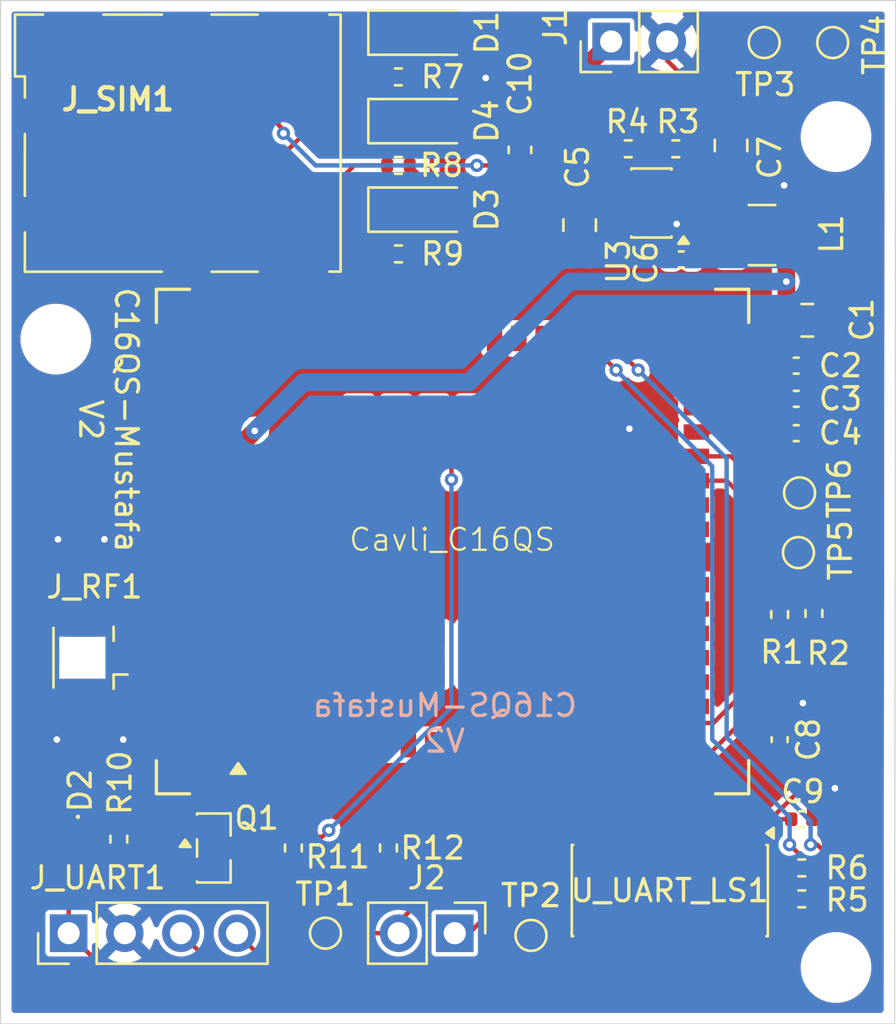
<source format=kicad_pcb>
(kicad_pcb (version 20241229) (generator "pcbnew") (generator_version "9.0")
  (layers (0 "F.Cu" signal) (2 "B.Cu" signal) (13 "F.Paste" user) (15 "B.Paste" user) (5 "F.SilkS" user "F.Silkscreen") (7 "B.SilkS" user "B.Silkscreen") (1 "F.Mask" user) (3 "B.Mask" user) (25 "Edge.Cuts" user))
  (net 0 "")
  (net 1 "/VBAT")
  (net 2 "GND")
  (net 3 "/+5V_IN")
  (net 4 "Net-(U3-BST)")
  (net 5 "Net-(U3-SW)")
  (net 6 "/RST")
  (net 7 "Net-(U1-VDD_EXT)")
  (net 8 "Net-(J_SIM1-VCC)")
  (net 9 "Net-(D1-A1)")
  (net 10 "Net-(D2-K)")
  (net 11 "/3V3")
  (net 12 "Net-(D3-A1)")
  (net 13 "Net-(D4-A1)")
  (net 14 "/PWR")
  (net 15 "Net-(J_RF1-In)")
  (net 29 "/UART_TX_3V3")
  (net 30 "/UART_RX_3V3")
  (net 31 "Net-(Q1-C)")
  (net 32 "Net-(Q1-B)")
  (net 33 "Net-(U3-FB)")
  (net 34 "Net-(U1-UART1_RXD)")
  (net 35 "Net-(U_UART_LS1-A2)")
  (net 36 "Net-(U1-UART1_TXD)")
  (net 37 "Net-(U_UART_LS1-A1)")
  (net 38 "Net-(U1-USIM_RST)")
  (net 39 "Net-(U1-USIM_DATA)")
  (net 40 "Net-(U1-USIM_CLK)")
  (net 41 "Net-(U1-NET_STATUS)")
  (net 42 "Net-(U1-UART0_TXD)")
  (net 43 "Net-(U1-UART0_RXD)")
  (footprint "MountingHole:MountingHole_2.2mm_M2" (layer "F.Cu") (at 112.5 68.85)
    (property "Reference" "REF**" (hide yes))
    (property "Value" "MountingHole_2.2mm_M2" (hide yes))
  )
  (footprint "Resistor_SMD:R_0402_1005Metric" (layer "F.Cu") (at 123.25 91.85 -90)
    (property "Reference" "R11")
    (property "Value" "4.7k" (hide yes))
  )
  (footprint "Capacitor_SMD:C_0603_1608Metric" (layer "F.Cu") (at 133.5 60.3 -90)
    (property "Reference" "C10")
    (property "Value" "1uF" (hide yes))
  )
  (footprint "Resistor_SMD:R_0402_1005Metric" (layer "F.Cu") (at 115.35 91.45 -90)
    (property "Reference" "R10")
    (property "Value" "2.2k" (hide yes))
  )
  (footprint "Capacitor_SMD:C_0402_1005Metric" (layer "F.Cu") (at 140.8 65.25)
    (property "Reference" "C6")
    (property "Value" "0.1uF" (hide yes))
  )
  (footprint "Resistor_SMD:R_0402_1005Metric" (layer "F.Cu") (at 146.8 81.25 -90)
    (property "Reference" "R2")
    (property "Value" "10k" (hide yes))
  )
  (footprint "Capacitor_SMD:C_0402_1005Metric" (layer "F.Cu") (at 146.25 90.55)
    (property "Reference" "C9")
    (property "Value" "0.1uF" (hide yes))
  )
  (footprint "Connector_PinHeader_2.54mm:PinHeader_1x02_P2.54mm_Vertical" (layer "F.Cu") (at 137.625 55.4 90)
    (property "Reference" "J1")
    (property "Value" "Conn_01x02" (hide yes))
  )
  (footprint "Connector_PinHeader_2.54mm:PinHeader_1x02_P2.54mm_Vertical" (layer "F.Cu") (at 130.55 95.7 -90)
    (property "Reference" "J2")
    (property "Value" "Conn_01x02" (hide yes))
  )
  (footprint "Capacitor_SMD:C_0805_2012Metric" (layer "F.Cu") (at 143.05 60.1 90)
    (property "Reference" "C7")
    (property "Value" "22uF" (hide yes))
  )
  (footprint "Resistor_SMD:R_0402_1005Metric" (layer "F.Cu") (at 138.4 60.25 180)
    (property "Reference" "R4")
    (property "Value" "100k" (hide yes))
  )
  (footprint "MountingHole:MountingHole_2.2mm_M2" (layer "F.Cu") (at 147.8 97.25)
    (property "Reference" "REF**" (hide yes))
    (property "Value" "MountingHole_2.2mm_M2" (hide yes))
  )
  (footprint "Capacitor_SMD:C_0402_1005Metric" (layer "F.Cu") (at 146 73.1)
    (property "Reference" "C4")
    (property "Value" "33pF" (hide yes))
  )
  (footprint "Package_TO_SOT_SMD:TSOT-23-6" (layer "F.Cu") (at 139.45 62.7 180)
    (property "Reference" "U3")
    (property "Value" "AP62250WU" (hide yes))
  )
  (footprint "Resistor_SMD:R_0402_1005Metric" (layer "F.Cu") (at 146.25 94.15)
    (property "Reference" "R5")
    (property "Value" "22" (hide yes))
  )
  (footprint "Resistor_SMD:R_0402_1005Metric" (layer "F.Cu") (at 145.25 81.3 -90)
    (property "Reference" "R1")
    (property "Value" "4.7k" (hide yes))
  )
  (footprint "Inductor_SMD:L_1210_3225Metric" (layer "F.Cu") (at 144.45 64.15)
    (property "Reference" "L1")
    (property "Value" "2.2uH" (hide yes))
  )
  (footprint "Package_TO_SOT_SMD:SOT-23" (layer "F.Cu") (at 119.65 91.85)
    (property "Reference" "Q1")
    (property "Value" "NPN" (hide yes))
  )
  (footprint "Resistor_SMD:R_0402_1005Metric" (layer "F.Cu") (at 128 65)
    (property "Reference" "R9")
    (property "Value" "22" (hide yes))
  )
  (footprint "Resistor_SMD:R_0402_1005Metric" (layer "F.Cu") (at 128 57)
    (property "Reference" "R7")
    (property "Value" "22" (hide yes))
  )
  (footprint "Capacitor_SMD:C_0805_2012Metric" (layer "F.Cu") (at 136.2 63.7 90)
    (property "Reference" "C5")
    (property "Value" "22uF" (hide yes))
  )
  (footprint "Capacitor_SMD:C_0402_1005Metric" (layer "F.Cu") (at 146 70.05)
    (property "Reference" "C2")
    (property "Value" "0.1uF" (hide yes))
  )
  (footprint "Connector_Coaxial:U.FL_Hirose_U.FL-R-SMT-1_Vertical" (layer "F.Cu") (at 114.23 83.25 180)
    (property "Reference" "J_RF1")
    (property "Value" "Conn_Coaxial_Small" (hide yes))
  )
  (footprint "Diode_SMD:D_SOD-123" (layer "F.Cu") (at 129 63)
    (property "Reference" "D3")
    (property "Value" "SMF15A" (hide yes))
  )
  (footprint "TestPoint:TestPoint_Pad_D1.0mm" (layer "F.Cu") (at 134 95.8)
    (property "Reference" "TP2")
    (property "Value" "TestPoint" (hide yes))
  )
  (footprint "Package_SO:SOIC-14_3.9x8.7mm_P1.27mm" (layer "F.Cu") (at 140.28 93.775 -90)
    (property "Reference" "U_UART_LS1" (hide yes))
    (property "Value" "TXS0104ED" (hide yes))
  )
  (footprint "MountingHole:MountingHole_2.2mm_M2" (layer "F.Cu") (at 147.8 59.7)
    (property "Reference" "REF**" (hide yes))
    (property "Value" "MountingHole_2.2mm_M2" (hide yes))
  )
  (footprint "Resistor_SMD:R_0402_1005Metric" (layer "F.Cu") (at 146.25 92.75)
    (property "Reference" "R6")
    (property "Value" "22" (hide yes))
  )
  (footprint "Capacitor_SMD:C_0402_1005Metric" (layer "F.Cu") (at 145.25 86.95 -90)
    (property "Reference" "C8")
    (property "Value" "0.1uF" (hide yes))
  )
  (footprint "Resistor_SMD:R_0402_1005Metric" (layer "F.Cu") (at 140.55 60.25 180)
    (property "Reference" "R3")
    (property "Value" "374k" (hide yes))
  )
  (footprint "Capacitor_SMD:C_0402_1005Metric" (layer "F.Cu") (at 146 71.55)
    (property "Reference" "C3")
    (property "Value" "10pF" (hide yes))
  )
  (footprint "TestPoint:TestPoint_Pad_D1.0mm" (layer "F.Cu") (at 147.65 55.45 90)
    (property "Reference" "TP4")
    (property "Value" "TestPoint" (hide yes))
  )
  (footprint "Resistor_SMD:R_0402_1005Metric" (layer "F.Cu") (at 128 61)
    (property "Reference" "R8")
    (property "Value" "22" (hide yes))
  )
  (footprint "LED_SMD:LED_0201_0603Metric" (layer "F.Cu") (at 113.5 91.3 -90)
    (property "Reference" "D2")
    (property "Value" "LED" (hide yes))
  )
  (footprint "Diode_SMD:D_SOD-123" (layer "F.Cu") (at 129 55)
    (property "Reference" "D1")
    (property "Value" "SMF15A" (hide yes))
  )
  (footprint "TestPoint:TestPoint_Pad_D1.0mm" (layer "F.Cu") (at 146.15 75.8 180)
    (property "Reference" "TP6")
    (property "Value" "TestPoint" (hide yes))
  )
  (footprint "Connector_JAE:JAE_SIM_Card_SF72S006" (layer "F.Cu") (at 120.115 60.98 -90)
    (property "Reference" "J_SIM1" (hide yes))
    (property "Value" "JAE_SIM_Card_SF72S006" (hide yes))
  )
  (footprint "Resistor_SMD:R_0402_1005Metric" (layer "F.Cu") (at 127.55 91.85 90)
    (property "Reference" "R12")
    (property "Value" "47k" (hide yes))
  )
  (footprint "Diode_SMD:D_SOD-123" (layer "F.Cu") (at 129 59)
    (property "Reference" "D4")
    (property "Value" "SMF15A" (hide yes))
  )
  (footprint "TestPoint:TestPoint_Pad_D1.0mm" (layer "F.Cu") (at 146.1 78.5 90)
    (property "Reference" "TP5")
    (property "Value" "TestPoint" (hide yes))
  )
  (footprint "TestPoint:TestPoint_Pad_D1.0mm" (layer "F.Cu") (at 144.55 55.45 180)
    (property "Reference" "TP3")
    (property "Value" "TestPoint" (hide yes))
  )
  (footprint "Cavli:C16QS" (layer "F.Cu") (at 130.45 78 90)
    (property "Reference" "U1" (hide yes))
    (property "Value" "~")
  )
  (footprint "Connector_PinHeader_2.54mm:PinHeader_1x04_P2.54mm_Vertical" (layer "F.Cu") (at 113.08 95.7 90)
    (property "Reference" "J_UART1")
    (property "Value" "Conn_01x04" (hide yes))
  )
  (footprint "Capacitor_SMD:C_0805_2012Metric" (layer "F.Cu") (at 146.5 68)
    (property "Reference" "C1")
    (property "Value" "22uF" (hide yes))
  )
  (footprint "TestPoint:TestPoint_Pad_D1.0mm" (layer "F.Cu") (at 124.7 95.7 180)
    (property "Reference" "TP1")
    (property "Value" "TestPoint" (hide yes))
  )
  (gr_line (start 110 53.55) (end 110 99.8) (stroke (width 0.05)) (layer "Edge.Cuts"))
  (gr_line (start 150.45 99.8) (end 110 99.8) (stroke (width 0.05)) (layer "Edge.Cuts"))
  (gr_line (start 150.5 53.55) (end 150.45 99.8) (stroke (width 0.05)) (layer "Edge.Cuts"))
  (gr_line (start 110 53.55) (end 150.5 53.55) (stroke (width 0.05)) (layer "Edge.Cuts"))
  (gr_text "J_SIM1" (at 112.65 58.6 0) (layer "F.SilkS") (effects (font (size 1 1) (thickness 0.2) (bold yes)) (justify left bottom)))
  (gr_text "C16QS-Mustafa\nV2" (at 113.5 72.5 270) (layer "F.SilkS") (effects (font (size 1 1)) (justify bottom)))
  (gr_text "C16QS-Mustafa\nV2" (at 130.1 87.6 0) (layer "B.SilkS") (effects (font (size 1 1)) (justify bottom mirror)))
  (segment (start 119.97 73.6) (end 119.42 74.15) (width 0.8) (layer "F.Cu") (net 1))
  (segment (start 145.55 68) (end 145.55 70.02) (width 0.8) (layer "F.Cu") (net 1))
  (segment (start 145.52 71.55) (end 145.52 73.1) (width 0.8) (layer "F.Cu") (net 1))
  (segment (start 141.75 60.25) (end 142.55 61.05) (width 0.8) (layer "F.Cu") (net 1))
  (segment (start 121.5 73) (end 120.9 73.6) (width 0.8) (layer "F.Cu") (net 1))
  (segment (start 145.52 70.05) (end 145.52 71.55) (width 0.8) (layer "F.Cu") (net 1))
  (segment (start 140.05 68.82) (end 138.95 68.82) (width 0.8) (layer "F.Cu") (net 1))
  (segment (start 145.55 64.45) (end 145.55 66.25) (width 0.8) (layer "F.Cu") (net 1))
  (segment (start 145.85 64.15) (end 145.55 64.45) (width 0.8) (layer "F.Cu") (net 1))
  (segment (start 141.06 60.25) (end 141.75 60.25) (width 0.8) (layer "F.Cu") (net 1))
  (segment (start 120.9 73.6) (end 119.97 73.6) (width 0.8) (layer "F.Cu") (net 1))
  (segment (start 140.05 68.82) (end 144.73 68.82) (width 0.8) (layer "F.Cu") (net 1))
  (segment (start 119.42 73.05) (end 119.97 73.6) (width 0.8) (layer "F.Cu") (net 1))
  (segment (start 143.05 61.05) (end 145.85 63.85) (width 0.8) (layer "F.Cu") (net 1))
  (segment (start 145.55 70.02) (end 145.52 70.05) (width 0.8) (layer "F.Cu") (net 1))
  (segment (start 144.55 62.55) (end 144.55 55.45) (width 0.8) (layer "F.Cu") (net 1))
  (segment (start 144.73 68.82) (end 145.55 68) (width 0.8) (layer "F.Cu") (net 1))
  (segment (start 145.55 66.25) (end 145.55 68) (width 0.8) (layer "F.Cu") (net 1))
  (segment (start 142.55 61.05) (end 143.05 61.05) (width 0.8) (layer "F.Cu") (net 1))
  (via (at 145.55 66.25) (size 0.8) (drill 0.3) (layers "F.Cu" "B.Cu") (net 1))
  (via (at 121.5 73) (size 0.6) (drill 0.3) (layers "F.Cu" "B.Cu") (net 1))
  (segment (start 145.55 66.25) (end 135.75 66.25) (width 0.8) (layer "B.Cu") (net 1))
  (segment (start 123.7 70.8) (end 121.5 73) (width 0.8) (layer "B.Cu") (net 1))
  (segment (start 131.2 70.8) (end 123.7 70.8) (width 0.8) (layer "B.Cu") (net 1))
  (segment (start 135.75 66.25) (end 131.45 70.55) (width 0.8) (layer "B.Cu") (net 1))
  (segment (start 131.45 70.55) (end 131.2 70.8) (width 0.8) (layer "B.Cu") (net 1))
  (segment (start 140.165 56.265) (end 143.05 59.15) (width 0.2) (layer "F.Cu") (net 2))
  (segment (start 146.48 70.05) (end 146.48 70.02) (width 0.2) (layer "F.Cu") (net 2))
  (segment (start 140.165 55.4) (end 140.165 56.265) (width 0.2) (layer "F.Cu") (net 2))
  (segment (start 130.65 59) (end 130.8 59) (width 0.2) (layer "F.Cu") (net 2))
  (segment (start 137.89 57.675) (end 140.165 55.4) (width 0.2) (layer "F.Cu") (net 2))
  (segment (start 137.89 60.25) (end 137.89 57.675) (width 0.2) (layer "F.Cu") (net 2))
  (via (at 114.7 77.9) (size 0.6) (drill 0.3) (layers "F.Cu" "B.Cu") (net 2))
  (via (at 147.75 89.15) (size 0.6) (drill 0.3) (layers "F.Cu" "B.Cu") (net 2))
  (via (at 146.3 85.3) (size 0.6) (drill 0.3) (layers "F.Cu" "B.Cu") (net 2))
  (via (at 145.45 61.9) (size 0.6) (drill 0.3) (layers "F.Cu" "B.Cu") (net 2))
  (via (at 112.6 77.9) (size 0.6) (drill 0.3) (layers "F.Cu" "B.Cu") (net 2))
  (via (at 138.45 72.9) (size 0.6) (drill 0.3) (layers "F.Cu" "B.Cu") (net 2))
  (via (at 112.55 86.95) (size 0.6) (drill 0.3) (layers "F.Cu" "B.Cu") (net 2))
  (via (at 131.95 57.05) (size 0.6) (drill 0.3) (layers "F.Cu" "B.Cu") (net 2))
  (via (at 115.55 86.95) (size 0.6) (drill 0.3) (layers "F.Cu" "B.Cu") (net 2))
  (via (at 140.5875 63.65) (size 0.6) (drill 0.3) (layers "F.Cu" "B.Cu") (net 2))
  (segment (start 140.233032 61.75) (end 140.5875 61.75) (width 0.2) (layer "F.Cu") (net 3))
  (segment (start 138.3125 62.7) (end 136.25 62.7) (width 0.8) (layer "F.Cu") (net 3))
  (segment (start 139.85 61.75) (end 140.233032 61.75) (width 0.4) (layer "F.Cu") (net 3))
  (segment (start 136.15 62.6) (end 136.15 56.875) (width 0.8) (layer "F.Cu") (net 3))
  (segment (start 138.9 62.7) (end 139.85 61.75) (width 0.4) (layer "F.Cu") (net 3))
  (segment (start 138.3125 62.7) (end 138.9 62.7) (width 0.4) (layer "F.Cu") (net 3))
  (segment (start 136.15 56.875) (end 137.625 55.4) (width 0.8) (layer "F.Cu") (net 3))
  (segment (start 140.17 64.97) (end 138.85 63.65) (width 0.2) (layer "F.Cu") (net 4))
  (segment (start 140.17 65.25) (end 140.17 64.97) (width 0.2) (layer "F.Cu") (net 4))
  (segment (start 138.85 63.65) (end 138.3125 63.65) (width 0.2) (layer "F.Cu") (net 4))
  (segment (start 143.05 64.15) (end 141.6 62.7) (width 0.8) (layer "F.Cu") (net 5))
  (segment (start 141.28 65.25) (end 141.28 65.17) (width 0.2) (layer "F.Cu") (net 5))
  (segment (start 142.55 63.65) (end 143.05 64.15) (width 0.2) (layer "F.Cu") (net 5))
  (segment (start 141.28 65.17) (end 141.95 64.5) (width 0.2) (layer "F.Cu") (net 5))
  (segment (start 141.6 62.7) (end 140.5875 62.7) (width 0.8) (layer "F.Cu") (net 5))
  (segment (start 141.95 64.5) (end 141.95 63.05) (width 0.2) (layer "F.Cu") (net 5))
  (segment (start 134.35 90.7) (end 135.8 89.25) (width 0.2) (layer "F.Cu") (net 6))
  (segment (start 130.55 95.7) (end 130.65 95.8) (width 0.2) (layer "F.Cu") (net 6))
  (segment (start 138.95 87.607) (end 138.95 87.18) (width 0.2) (layer "F.Cu") (net 6))
  (segment (start 146.8 81.76) (end 146.8 82.8671) (width 0.2) (layer "F.Cu") (net 6))
  (segment (start 134.35 92.55) (end 134.35 90.7) (width 0.2) (layer "F.Cu") (net 6))
  (segment (start 139.493 88.15) (end 138.95 87.607) (width 0.2) (layer "F.Cu") (net 6))
  (segment (start 137.8 89.25) (end 138.95 88.1) (width 0.2) (layer "F.Cu") (net 6))
  (segment (start 130.65 95.8) (end 131.1 95.8) (width 0.2) (layer "F.Cu") (net 6))
  (segment (start 135.8 89.25) (end 137.8 89.25) (width 0.2) (layer "F.Cu") (net 6))
  (segment (start 138.95 88.1) (end 138.95 87.18) (width 0.2) (layer "F.Cu") (net 6))
  (segment (start 141.5171 88.15) (end 139.493 88.15) (width 0.2) (layer "F.Cu") (net 6))
  (segment (start 146.8 82.8671) (end 143.1671 86.5) (width 0.2) (layer "F.Cu") (net 6))
  (segment (start 145.22 86.5) (end 143.1671 86.5) (width 0.2) (layer "F.Cu") (net 6))
  (segment (start 134 92.9) (end 134.35 92.55) (width 0.2) (layer "F.Cu") (net 6))
  (segment (start 131.1 95.8) (end 134 92.9) (width 0.2) (layer "F.Cu") (net 6))
  (segment (start 143.1671 86.5) (end 141.5171 88.15) (width 0.2) (layer "F.Cu") (net 6))
  (segment (start 145.25 86.47) (end 145.22 86.5) (width 0.2) (layer "F.Cu") (net 6))
  (segment (start 134 95.8) (end 134 92.9) (width 0.2) (layer "F.Cu") (net 6))
  (segment (start 146.01 80.79) (end 146.8 80) (width 0.2) (layer "F.Cu") (net 7))
  (segment (start 144.85 90.55) (end 145.77 90.55) (width 0.2) (layer "F.Cu") (net 7))
  (segment (start 146.8 80.74) (end 146.8 80) (width 0.2) (layer "F.Cu") (net 7))
  (segment (start 147.55 87.84) (end 145.77 89.62) (width 0.2) (layer "F.Cu") (net 7))
  (segment (start 147.55 79.25) (end 147.55 87.84) (width 0.2) (layer "F.Cu") (net 7))
  (segment (start 144.845 90.545) (end 144.85 90.55) (width 0.2) (layer "F.Cu") (net 7))
  (segment (start 145.77 89.62) (end 144.09 91.3) (width 0.2) (layer "F.Cu") (net 7))
  (segment (start 143.3 73.05) (end 141.48 73.05) (width 0.2) (layer "F.Cu") (net 7))
  (segment (start 147.55 79.25) (end 147.55 75.35) (width 0.2) (layer "F.Cu") (net 7))
  (segment (start 146.5 74.3) (end 144.55 74.3) (width 0.2) (layer "F.Cu") (net 7))
  (segment (start 146.8 80) (end 147.55 79.25) (width 0.2) (layer "F.Cu") (net 7))
  (segment (start 144.55 74.3) (end 143.3 73.05) (width 0.2) (layer "F.Cu") (net 7))
  (segment (start 145.25 80.79) (end 146.01 80.79) (width 0.2) (layer "F.Cu") (net 7))
  (segment (start 147.55 75.35) (end 146.5 74.3) (width 0.2) (layer "F.Cu") (net 7))
  (segment (start 132.7 63.0013) (end 127.35 68.3513) (width 0.2) (layer "F.Cu") (net 8))
  (segment (start 132.7 63) (end 132.7 63.0013) (width 0.2) (layer "F.Cu") (net 8))
  (segment (start 127.35 68.3513) (end 127.35 68.82) (width 0.2) (layer "F.Cu") (net 8))
  (segment (start 122.8 59.4) (end 122.8 59.55) (width 0.2) (layer "F.Cu") (net 8))
  (segment (start 122.575 59.175) (end 122.8 59.4) (width 0.2) (layer "F.Cu") (net 8))
  (segment (start 122.575 58.44) (end 122.575 59.175) (width 0.2) (layer "F.Cu") (net 8))
  (segment (start 131.55 61) (end 133.425 61) (width 0.2) (layer "F.Cu") (net 8))
  (segment (start 133.425 61) (end 133.5 61.075) (width 0.2) (layer "F.Cu") (net 8))
  (segment (start 133.5 62.2) (end 132.7 63) (width 0.2) (layer "F.Cu") (net 8))
  (segment (start 133.5 61.075) (end 133.5 62.2) (width 0.2) (layer "F.Cu") (net 8))
  (via (at 122.8 59.55) (size 0.6) (drill 0.3) (layers "F.Cu" "B.Cu") (net 8))
  (via (at 131.55 61) (size 0.6) (drill 0.3) (layers "F.Cu" "B.Cu") (net 8))
  (segment (start 124.25 61) (end 131.55 61) (width 0.2) (layer "B.Cu") (net 8))
  (segment (start 122.8 59.55) (end 124.25 61) (width 0.2) (layer "B.Cu") (net 8))
  (segment (start 127.49 57) (end 127.4 57) (width 0.2) (layer "F.Cu") (net 9))
  (segment (start 125.15 59.25) (end 124.05 59.25) (width 0.2) (layer "F.Cu") (net 9))
  (segment (start 127.4 57) (end 125.15 59.25) (width 0.2) (layer "F.Cu") (net 9))
  (segment (start 127.49 55.14) (end 127.35 55) (width 0.2) (layer "F.Cu") (net 9))
  (segment (start 122.575 60.725) (end 122.575 60.98) (width 0.2) (layer "F.Cu") (net 9))
  (segment (start 127.49 57) (end 127.49 55.14) (width 0.2) (layer "F.Cu") (net 9))
  (segment (start 124.05 59.25) (end 122.575 60.725) (width 0.2) (layer "F.Cu") (net 9))
  (segment (start 115.31 90.98) (end 115.35 90.94) (width 0.2) (layer "F.Cu") (net 10))
  (segment (start 113.5 90.98) (end 115.31 90.98) (width 0.2) (layer "F.Cu") (net 10))
  (segment (start 113.08 95.7) (end 113.08 92.04) (width 0.2) (layer "F.Cu") (net 11))
  (segment (start 115.431 98.051) (end 142.799 98.051) (width 0.2) (layer "F.Cu") (net 11))
  (segment (start 113.08 95.7) (end 115.431 98.051) (width 0.2) (layer "F.Cu") (net 11))
  (segment (start 142.799 98.051) (end 144.09 96.76) (width 0.2) (layer "F.Cu") (net 11))
  (segment (start 113.08 92.04) (end 113.5 91.62) (width 0.2) (layer "F.Cu") (net 11))
  (segment (start 144.09 96.76) (end 144.09 96.25) (width 0.2) (layer "F.Cu") (net 11))
  (segment (start 127.49 65) (end 127.49 63.14) (width 0.2) (layer "F.Cu") (net 12))
  (segment (start 124.055 65) (end 122.575 63.52) (width 0.2) (layer "F.Cu") (net 12))
  (segment (start 127.49 65) (end 124.055 65) (width 0.2) (layer "F.Cu") (net 12))
  (segment (start 127.49 63.14) (end 127.35 63) (width 0.2) (layer "F.Cu") (net 12))
  (segment (start 125.251 61.749) (end 126 61) (width 0.2) (layer "F.Cu") (net 13))
  (segment (start 127.49 61) (end 127.49 59.14) (width 0.2) (layer "F.Cu") (net 13))
  (segment (start 126 61) (end 127.49 61) (width 0.2) (layer "F.Cu") (net 13))
  (segment (start 123.573 62) (end 123.824 61.749) (width 0.2) (layer "F.Cu") (net 13))
  (segment (start 119.405 63.52) (end 120.925 62) (width 0.2) (layer "F.Cu") (net 13))
  (segment (start 120.925 62) (end 123.573 62) (width 0.2) (layer "F.Cu") (net 13))
  (segment (start 127.49 59.14) (end 127.35 59) (width 0.2) (layer "F.Cu") (net 13))
  (segment (start 123.824 61.749) (end 125.251 61.749) (width 0.2) (layer "F.Cu") (net 13))
  (segment (start 129.45 93.75) (end 128.561 94.639) (width 0.2) (layer "F.Cu") (net 14))
  (segment (start 145.25 83.2) (end 142.25 86.2) (width 0.2) (layer "F.Cu") (net 14))
  (segment (start 124.7 95.7) (end 128.01 95.7) (width 0.2) (layer "F.Cu") (net 14))
  (segment (start 128.561 94.639) (end 128.561 94.649) (width 0.2) (layer "F.Cu") (net 14))
  (segment (start 136.75 86.753) (end 136.75 87.18) (width 0.2) (layer "F.Cu") (net 14))
  (segment (start 136.75 87.18) (end 136.75 87.7) (width 0.2) (layer "F.Cu") (net 14))
  (segment (start 145.25 81.81) (end 145.25 83.2) (width 0.2) (layer "F.Cu") (net 14))
  (segment (start 137.303 86.2) (end 136.75 86.753) (width 0.2) (layer "F.Cu") (net 14))
  (segment (start 128.01 95.2) (end 128.01 95.7) (width 0.2) (layer "F.Cu") (net 14))
  (segment (start 130.7 93.75) (end 129.45 93.75) (width 0.2) (layer "F.Cu") (net 14))
  (segment (start 142.25 86.2) (end 137.303 86.2) (width 0.2) (layer "F.Cu") (net 14))
  (segment (start 136.75 87.7) (end 130.7 93.75) (width 0.2) (layer "F.Cu") (net 14))
  (segment (start 128.561 94.649) (end 128.01 95.2) (width 0.2) (layer "F.Cu") (net 14))
  (segment (start 119.42 83.25) (end 118.45 83.25) (width 1) (layer "F.Cu") (net 15))
  (segment (start 118.45 83.25) (end 115.85 83.25) (width 1.2) (layer "F.Cu") (net 15))
  (segment (start 118.16 95.7) (end 120.11 97.65) (width 0.2) (layer "F.Cu") (net 29))
  (segment (start 141.55 97.224999) (end 141.55 96.25) (width 0.2) (layer "F.Cu") (net 29))
  (segment (start 120.11 97.65) (end 141.124999 97.65) (width 0.2) (layer "F.Cu") (net 29))
  (segment (start 141.124999 97.65) (end 141.55 97.224999) (width 0.2) (layer "F.Cu") (net 29))
  (segment (start 142.82 95.87) (end 142.82 96.25) (width 0.2) (layer "F.Cu") (net 30))
  (segment (start 120.7 95.7) (end 122.25 97.25) (width 0.2) (layer "F.Cu") (net 30))
  (segment (start 135.45 95.4) (end 135.9 94.95) (width 0.2) (layer "F.Cu") (net 30))
  (segment (start 135.45 95.85) (end 135.45 95.4) (width 0.2) (layer "F.Cu") (net 30))
  (segment (start 141.9 94.95) (end 142.82 95.87) (width 0.2) (layer "F.Cu") (net 30))
  (segment (start 134.05 97.25) (end 135.45 95.85) (width 0.2) (layer "F.Cu") (net 30))
  (segment (start 122.25 97.25) (end 134.05 97.25) (width 0.2) (layer "F.Cu") (net 30))
  (segment (start 135.9 94.95) (end 141.9 94.95) (width 0.2) (layer "F.Cu") (net 30))
  (segment (start 115.35 91.96) (end 116.64 91.96) (width 0.2) (layer "F.Cu") (net 31))
  (segment (start 116.64 91.96) (end 117.7 90.9) (width 0.2) (layer "F.Cu") (net 31))
  (segment (start 117.7 90.9) (end 118.7125 90.9) (width 0.2) (layer "F.Cu") (net 31))
  (segment (start 123.25 92.36) (end 127.55 92.36) (width 0.2) (layer "F.Cu") (net 32))
  (segment (start 118.7125 92.8) (end 122.81 92.8) (width 0.2) (layer "F.Cu") (net 32))
  (segment (start 122.81 92.8) (end 123.25 92.36) (width 0.2) (layer "F.Cu") (net 32))
  (segment (start 138.3125 61.75) (end 138.85 61.75) (width 0.2) (layer "F.Cu") (net 33))
  (segment (start 138.3125 61.75) (end 138.91 61.1525) (width 0.2) (layer "F.Cu") (net 33))
  (segment (start 138.91 61.1525) (end 138.91 60.25) (width 0.2) (layer "F.Cu") (net 33))
  (segment (start 138.91 61.1275) (end 139.7875 60.25) (width 0.2) (layer "F.Cu") (net 33))
  (segment (start 139.7875 60.25) (end 140.04 60.25) (width 0.2) (layer "F.Cu") (net 33))
  (segment (start 147.4 92.15) (end 147.4 93.51) (width 0.2) (layer "F.Cu") (net 34))
  (segment (start 137.85 68.82) (end 137.85 69.25) (width 0.2) (layer "F.Cu") (net 34))
  (segment (start 147.4 93.51) (end 146.76 94.15) (width 0.2) (layer "F.Cu") (net 34))
  (segment (start 146.65 91.7) (end 146.95 91.7) (width 0.2) (layer "F.Cu") (net 34))
  (segment (start 137.85 69.25) (end 138.85 70.25) (width 0.2) (layer "F.Cu") (net 34))
  (segment (start 146.95 91.7) (end 147.4 92.15) (width 0.2) (layer "F.Cu") (net 34))
  (via (at 146.65 91.7) (size 0.6) (drill 0.3) (layers "F.Cu" "B.Cu") (net 34))
  (via (at 138.85 70.25) (size 0.6) (drill 0.3) (layers "F.Cu" "B.Cu") (net 34))
  (segment (start 146.65 90.65) (end 142.85 86.85) (width 0.2) (layer "B.Cu") (net 34))
  (segment (start 142.85 74.25) (end 138.85 70.25) (width 0.2) (layer "B.Cu") (net 34))
  (segment (start 146.65 91.7) (end 146.65 90.65) (width 0.2) (layer "B.Cu") (net 34))
  (segment (start 142.85 86.85) (end 142.85 74.25) (width 0.2) (layer "B.Cu") (net 34))
  (segment (start 144.05 94.15) (end 141.55 91.65) (width 0.2) (layer "F.Cu") (net 35))
  (segment (start 145.74 94.15) (end 144.05 94.15) (width 0.2) (layer "F.Cu") (net 35))
  (segment (start 141.55 91.65) (end 141.55 91.3) (width 0.2) (layer "F.Cu") (net 35))
  (segment (start 145.7 91.7) (end 146.55 92.55) (width 0.2) (layer "F.Cu") (net 36))
  (segment (start 136.75 68.82) (end 136.75 69.15) (width 0.2) (layer "F.Cu") (net 36))
  (segment (start 146.55 92.73) (end 146.57 92.75) (width 0.2) (layer "F.Cu") (net 36))
  (segment (start 146.55 92.55) (end 146.55 92.73) (width 0.2) (layer "F.Cu") (net 36))
  (segment (start 136.75 69.15) (end 137.85 70.25) (width 0.2) (layer "F.Cu") (net 36))
  (segment (start 146.57 92.75) (end 146.76 92.75) (width 0.2) (layer "F.Cu") (net 36))
  (via (at 137.85 70.25) (size 0.6) (drill 0.3) (layers "F.Cu" "B.Cu") (net 36))
  (via (at 145.7 91.7) (size 0.6) (drill 0.3) (layers "F.Cu" "B.Cu") (net 36))
  (segment (start 142.2 74.6) (end 137.85 70.25) (width 0.2) (layer "B.Cu") (net 36))
  (segment (start 142.2 86.95) (end 142.2 74.6) (width 0.2) (layer "B.Cu") (net 36))
  (segment (start 145.7 91.7) (end 145.7 90.45) (width 0.2) (layer "B.Cu") (net 36))
  (segment (start 145.7 90.45) (end 142.2 86.95) (width 0.2) (layer "B.Cu") (net 36))
  (segment (start 142.82 91.67) (end 142.82 91.3) (width 0.2) (layer "F.Cu") (net 37))
  (segment (start 143.9 92.75) (end 142.82 91.67) (width 0.2) (layer "F.Cu") (net 37))
  (segment (start 145.74 92.75) (end 143.9 92.75) (width 0.2) (layer "F.Cu") (net 37))
  (segment (start 129.51 65.6242) (end 129.51 58) (width 0.2) (layer "F.Cu") (net 38))
  (segment (start 129.51 58) (end 128.51 57) (width 0.2) (layer "F.Cu") (net 38))
  (segment (start 127.7651 66.802) (end 128.3322 66.802) (width 0.2) (layer "F.Cu") (net 38))
  (segment (start 126.25 68.3171) (end 127.7651 66.802) (width 0.2) (layer "F.Cu") (net 38))
  (segment (start 126.25 68.82) (end 126.25 68.3171) (width 0.2) (layer "F.Cu") (net 38))
  (segment (start 128.3322 66.802) (end 129.51 65.6242) (width 0.2) (layer "F.Cu") (net 38))
  (segment (start 125.15 67.85) (end 126.599 66.401) (width 0.2) (layer "F.Cu") (net 39))
  (segment (start 129.081 65.4861) (end 129.081 61.571) (width 0.2) (layer "F.Cu") (net 39))
  (segment (start 129.081 61.571) (end 128.51 61) (width 0.2) (layer "F.Cu") (net 39))
  (segment (start 125.15 68.82) (end 125.15 67.85) (width 0.2) (layer "F.Cu") (net 39))
  (segment (start 128.1661 66.401) (end 129.081 65.4861) (width 0.2) (layer "F.Cu") (net 39))
  (segment (start 126.599 66.401) (end 128.1661 66.401) (width 0.2) (layer "F.Cu") (net 39))
  (segment (start 124.05 67.95) (end 126 66) (width 0.2) (layer "F.Cu") (net 40))
  (segment (start 128.51 65) (end 128.51 65.49) (width 0.2) (layer "F.Cu") (net 40))
  (segment (start 124.05 68.82) (end 124.05 67.95) (width 0.2) (layer "F.Cu") (net 40))
  (segment (start 126 66) (end 128 66) (width 0.2) (layer "F.Cu") (net 40))
  (segment (start 128.51 65.49) (end 128 66) (width 0.2) (layer "F.Cu") (net 40))
  (segment (start 130.4 72.95) (end 130.4 75.2) (width 0.2) (layer "F.Cu") (net 41))
  (segment (start 124.56 91.34) (end 124.85 91.05) (width 0.2) (layer "F.Cu") (net 41))
  (segment (start 131.3 72.05) (end 130.4 72.95) (width 0.2) (layer "F.Cu") (net 41))
  (segment (start 123.25 91.34) (end 124.56 91.34) (width 0.2) (layer "F.Cu") (net 41))
  (via (at 130.4 75.2) (size 0.6) (drill 0.3) (layers "F.Cu" "B.Cu") (net 41))
  (via (at 124.85 91.05) (size 0.6) (drill 0.3) (layers "F.Cu" "B.Cu") (net 41))
  (segment (start 124.85 91.05) (end 130.4 85.5) (width 0.2) (layer "B.Cu") (net 41))
  (segment (start 130.4 85.5) (end 130.4 75.2) (width 0.2) (layer "B.Cu") (net 41))
  (segment (start 141.48 75.25) (end 142.85 75.25) (width 0.2) (layer "F.Cu") (net 42))
  (segment (start 142.85 75.25) (end 146.1 78.5) (width 0.2) (layer "F.Cu") (net 42))
  (segment (start 144.7 75.8) (end 146.15 75.8) (width 0.2) (layer "F.Cu") (net 43))
  (segment (start 141.48 74.15) (end 143.05 74.15) (width 0.2) (layer "F.Cu") (net 43))
  (segment (start 143.05 74.15) (end 144.7 75.8) (width 0.2) (layer "F.Cu") (net 43))
  (zone (net 2) (net_name "GND") (layer "F.Cu") (priority 1) (connect_pads (clearance 0.25)) (min_thickness 0.25) (fill yes (thermal_gap 0.5) (thermal_bridge_width 0.5))
    (polygon (pts (xy 110 53.55) (xy 150.5 53.55) (xy 150.45 99.8) (xy 110 99.8)))
  )
  (zone (net 2) (net_name "GND") (layer "B.Cu") (connect_pads (clearance 0.2)) (min_thickness 0.25) (fill yes (thermal_gap 0.5) (thermal_bridge_width 0.5))
    (polygon (pts (xy 110 53.55) (xy 150.5 53.55) (xy 150.45 99.8) (xy 110 99.8)))
  )
)
</source>
